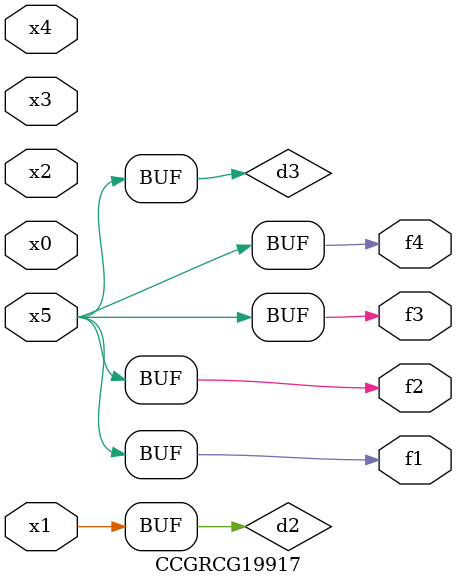
<source format=v>
module CCGRCG19917(
	input x0, x1, x2, x3, x4, x5,
	output f1, f2, f3, f4
);

	wire d1, d2, d3;

	not (d1, x5);
	or (d2, x1);
	xnor (d3, d1);
	assign f1 = d3;
	assign f2 = d3;
	assign f3 = d3;
	assign f4 = d3;
endmodule

</source>
